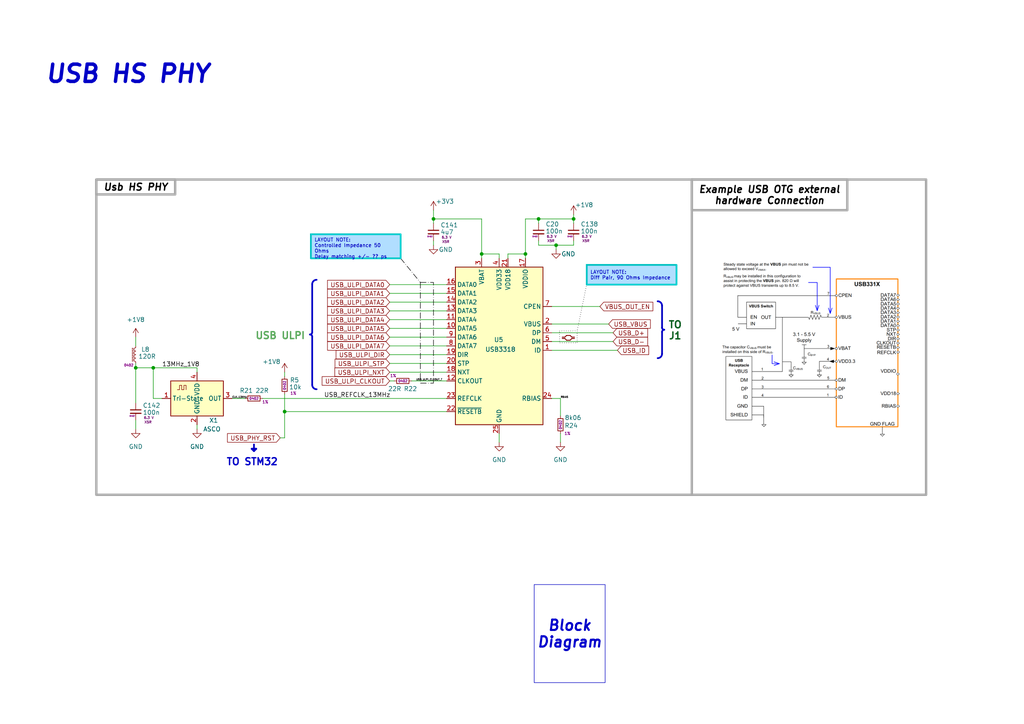
<source format=kicad_sch>
(kicad_sch (version 20231120) (generator "eeschema") (generator_version "8.0")
  (paper "A4")
  (title_block (title "USB HS PHY") (date "2024-09-22") (rev "1.0"))
  (lib_symbols
    (symbol "C_Small_1" (pin_numbers hide) (pin_names (offset 0.254) hide)
      (property "Reference" "C50" (at 1.778 2.794 0))
      (property "Value" "470n" (at 1.778 0.762 0))
      (property "Rating" "6.3 V" (at 3.302 -0.762 0))
      (property "Type" "X5R" (at 3.048 -2.032 0))
      (symbol "C_Small_1_0_1"
        (polyline (pts (xy -1.524 -0.508) (xy 1.524 -0.508)) (stroke (width 0.3302)))
        (polyline (pts (xy -1.524 0.508) (xy 1.524 0.508)) (stroke (width 0.3048)))
      )
      (symbol "C_Small_1_1_1"
        (pin passive line (at 0 2.54 270) (length 2.032) (name "~") (number "1"))
        (pin passive line (at 0 -2.54 90) (length 2.032) (name "~") (number "2"))
      )
    )
    (symbol "Device:L_Ferrite_Small" (pin_numbers hide) (pin_names (offset 0.254) hide)
      (property "Reference" "L" (at 1.27 1.016 0))
      (property "Value" "L_Ferrite_Small" (at 1.27 -1.27 0))
      (symbol "L_Ferrite_Small_0_1"
        (arc (start 0 -2.032) (mid 0.5058 -1.524) (end 0 -1.016))
        (arc (start 0 -1.016) (mid 0.5058 -0.508) (end 0 0))
        (polyline (pts (xy 0.762 -1.905) (xy 0.762 -1.651)))
        (polyline (pts (xy 0.762 -1.397) (xy 0.762 -1.143)))
        (polyline (pts (xy 0.762 -0.889) (xy 0.762 -0.635)))
        (polyline (pts (xy 0.762 -0.381) (xy 0.762 -0.127)))
        (polyline (pts (xy 0.762 0.127) (xy 0.762 0.381)))
        (polyline (pts (xy 0.762 0.635) (xy 0.762 0.889)))
        (polyline (pts (xy 0.762 1.143) (xy 0.762 1.397)))
        (polyline (pts (xy 0.762 1.651) (xy 0.762 1.905)))
        (polyline (pts (xy 1.016 -1.651) (xy 1.016 -1.905)))
        (polyline (pts (xy 1.016 -1.143) (xy 1.016 -1.397)))
        (polyline (pts (xy 1.016 -0.635) (xy 1.016 -0.889)))
        (polyline (pts (xy 1.016 -0.127) (xy 1.016 -0.381)))
        (polyline (pts (xy 1.016 0.381) (xy 1.016 0.127)))
        (polyline (pts (xy 1.016 0.889) (xy 1.016 0.635)))
        (polyline (pts (xy 1.016 1.397) (xy 1.016 1.143)))
        (polyline (pts (xy 1.016 1.905) (xy 1.016 1.651)))
        (arc (start 0 0) (mid 0.5058 0.508) (end 0 1.016))
        (arc (start 0 1.016) (mid 0.5058 1.524) (end 0 2.032))
      )
      (symbol "L_Ferrite_Small_1_1"
        (pin passive line (at 0 2.54 270) (length 0.508) (name "~") (number "1"))
        (pin passive line (at 0 -2.54 90) (length 0.508) (name "~") (number "2"))
      )
    )
    (symbol "Device:R_Small" (pin_numbers hide) (pin_names (offset 0.254) hide)
      (property "Reference" "R" (at 0.762 0.508 0))
      (property "Value" "R_Small" (at 0.762 -1.016 0))
      (symbol "R_Small_0_1"
        (rectangle (start -0.762 1.778) (end 0.762 -1.778) (stroke (width 0.2032)))
      )
      (symbol "R_Small_1_1"
        (pin passive line (at 0 2.54 270) (length 0.762) (name "~") (number "1"))
        (pin passive line (at 0 -2.54 90) (length 0.762) (name "~") (number "2"))
      )
    )
    (symbol "MyLibrary:USB3318"
      (property "Reference" "U" (at 0 6.35 0))
      (property "Value" "USB3318" (at 0 3.81 0))
      (symbol "USB3318_0_1"
        (rectangle (start -12.7 24.13) (end 12.7 -21.59) (stroke (width 0.254)) (fill (type background)))
      )
      (symbol "USB3318_1_1"
        (pin input line (at 15.24 0 180) (length 2.54) (name "ID") (number "1"))
        (pin bidirectional line (at -15.24 6.35 0) (length 2.54) (name "DATA5") (number "10"))
        (pin bidirectional line (at -15.24 8.89 0) (length 2.54) (name "DATA4") (number "11"))
        (pin output line (at -15.24 -8.89 0) (length 2.54) (name "CLKOUT") (number "12"))
        (pin bidirectional line (at -15.24 11.43 0) (length 2.54) (name "DATA3") (number "13"))
        (pin bidirectional line (at -15.24 13.97 0) (length 2.54) (name "DATA2") (number "14"))
        (pin bidirectional line (at -15.24 16.51 0) (length 2.54) (name "DATA1") (number "15"))
        (pin bidirectional line (at -15.24 19.05 0) (length 2.54) (name "DATA0") (number "16"))
        (pin power_in line (at 7.62 26.67 270) (length 2.54) (name "VDDIO") (number "17"))
        (pin output line (at -15.24 -6.35 0) (length 2.54) (name "NXT") (number "18"))
        (pin output line (at -15.24 -1.27 0) (length 2.54) (name "DIR") (number "19"))
        (pin input line (at 15.24 7.62 180) (length 2.54) (name "VBUS") (number "2"))
        (pin input line (at -15.24 -3.81 0) (length 2.54) (name "STP") (number "20"))
        (pin power_out line (at 2.54 26.67 270) (length 2.54) (name "VDD18") (number "21"))
        (pin input line (at -15.24 -17.78 0) (length 2.54) (name "~{RESETB}") (number "22"))
        (pin input line (at -15.24 -13.97 0) (length 2.54) (name "REFCLK") (number "23"))
        (pin passive line (at 15.24 -13.97 180) (length 2.54) (name "RBIAS") (number "24"))
        (pin power_in line (at 0 -24.13 90) (length 2.54) (name "GND") (number "25"))
        (pin power_in line (at -5.08 26.67 270) (length 2.54) (name "VBAT") (number "3"))
        (pin power_out line (at 0 26.67 270) (length 2.54) (name "VDD33") (number "4"))
        (pin bidirectional line (at 15.24 2.54 180) (length 2.54) (name "DM") (number "5"))
        (pin bidirectional line (at 15.24 5.08 180) (length 2.54) (name "DP") (number "6"))
        (pin output line (at 15.24 12.7 180) (length 2.54) (name "CPEN") (number "7"))
        (pin bidirectional line (at -15.24 1.27 0) (length 2.54) (name "DATA7") (number "8"))
        (pin bidirectional line (at -15.24 3.81 0) (length 2.54) (name "DATA6") (number "9"))
      )
    )
    (symbol "Oscillator:ASCO"
      (property "Reference" "X" (at -7.62 6.35 0))
      (property "Value" "ASCO" (at 1.27 -6.35 0))
      (symbol "ASCO_0_1"
        (rectangle (start -7.62 5.08) (end 7.62 -5.08) (stroke (width 0.254)) (fill (type background)))
        (polyline (pts (xy -5.715 2.54) (xy -5.08 2.54) (xy -5.08 3.81) (xy -4.445 3.81) (xy -4.445 2.54) (xy -3.81 2.54) (xy -3.81 3.81) (xy -3.175 3.81) (xy -3.175 2.54)))
      )
      (symbol "ASCO_1_1"
        (pin input line (at -10.16 0 0) (length 2.54) (name "Tri-State") (number "1"))
        (pin power_in line (at 0 -7.62 90) (length 2.54) (name "GND") (number "2"))
        (pin output line (at 10.16 0 180) (length 2.54) (name "OUT") (number "3"))
        (pin power_in line (at 0 7.62 270) (length 2.54) (name "VDD") (number "4"))
      )
    )
    (symbol "power:+1V8" (power) (pin_names (offset 0))
      (property "Value" "+1V8" (at 0 3.556 0))
      (symbol "+1V8_0_1"
        (polyline (pts (xy -0.762 1.27) (xy 0 2.54)))
        (polyline (pts (xy 0 0) (xy 0 2.54)))
        (polyline (pts (xy 0 2.54) (xy 0.762 1.27)))
      )
      (symbol "+1V8_1_1"
        (pin power_in line (at 0 0 90) (length 0) hide (name "+1V8") (number "1"))
      )
    )
    (symbol "power:+3V3" (power) (pin_names (offset 0))
      (property "Value" "+3V3" (at 0 3.556 0))
      (symbol "+3V3_0_1"
        (polyline (pts (xy -0.762 1.27) (xy 0 2.54)))
        (polyline (pts (xy 0 0) (xy 0 2.54)))
        (polyline (pts (xy 0 2.54) (xy 0.762 1.27)))
      )
      (symbol "+3V3_1_1"
        (pin power_in line (at 0 0 90) (length 0) hide (name "+3V3") (number "1"))
      )
    )
    (symbol "power:GND" (power) (pin_names (offset 0))
      (property "Value" "GND" (at 0 -3.81 0))
      (symbol "GND_0_1"
        (polyline (pts (xy 0 0) (xy 0 -1.27) (xy 1.27 -1.27) (xy 0 -2.54) (xy -1.27 -1.27) (xy 0 -1.27)))
      )
      (symbol "GND_1_1"
        (pin power_in line (at 0 0 270) (length 0) hide (name "GND") (number "1"))
      )
    )
  )
  (junction (at 39.37 106.68))
  (junction (at 166.37 63.5))
  (junction (at 156.21 63.5))
  (junction (at 125.73 63.5))
  (junction (at 161.29 71.12))
  (junction (at 44.45 106.68))
  (junction (at 82.55 119.38))
  (junction (at 139.7 73.66))
  (junction (at 152.4 73.66))
  (wire (pts (xy 161.29 71.12) (xy 166.37 71.12)))
  (polyline (pts (xy 192.024 94.996) (xy 192.024 88.646)) (stroke (width 0.5)))
  (wire (pts (xy 39.37 106.68) (xy 39.37 116.84)))
  (polyline (pts (xy 165.862 98.171) (xy 166.624 98.171)) (stroke (width 0.25) (color 132 0 0 1)))
  (wire (pts (xy 113.03 100.33) (xy 129.54 100.33)))
  (wire (pts (xy 113.03 95.25) (xy 129.54 95.25)))
  (wire (pts (xy 82.55 119.38) (xy 82.55 127)))
  (polyline (pts (xy 165.354 98.679) (xy 165.862 98.171)) (stroke (width 0.25) (color 132 0 0 1)))
  (wire (pts (xy 39.37 105.41) (xy 39.37 106.68)))
  (wire (pts (xy 156.21 69.85) (xy 156.21 71.12)))
  (polyline (pts (xy 163.83 98.171) (xy 164.338 98.679)) (stroke (width 0.25) (color 132 0 0 1)))
  (wire (pts (xy 44.45 106.68) (xy 44.45 115.57)))
  (wire (pts (xy 44.45 115.57) (xy 46.99 115.57)))
  (wire (pts (xy 147.32 73.66) (xy 147.32 74.93)))
  (polyline (pts (xy 166.624 97.79) (xy 165.862 97.79)) (stroke (width 0.25) (color 132 0 0 1)))
  (wire (pts (xy 82.55 107.95) (xy 82.55 109.22)))
  (wire (pts (xy 125.73 63.5) (xy 125.73 64.77)))
  (polyline (pts (xy 73.66 130.175) (xy 73.66 128.905)) (stroke (width 0.5)))
  (polyline (pts (xy 200.66 52.07) (xy 200.66 143.51)) (stroke (width 0.7) (type solid) (color 168 168 168 1)))
  (wire (pts (xy 82.55 119.38) (xy 129.54 119.38)))
  (wire (pts (xy 156.21 63.5) (xy 166.37 63.5)))
  (polyline (pts (xy 116.205 74.93) (xy 121.92 81.915)) (stroke (width 0) (type dash_dot) (color 0 0 0 1)))
  (polyline (pts (xy 163.068 98.171) (xy 163.83 98.171)) (stroke (width 0.25) (color 132 0 0 1)))
  (polyline (pts (xy 164.338 98.679) (xy 165.354 98.679)) (stroke (width 0.25) (color 132 0 0 1)))
  (polyline (pts (xy 163.83 97.79) (xy 163.068 97.79)) (stroke (width 0.25) (color 132 0 0 1)))
  (polyline (pts (xy 165.354 97.282) (xy 164.338 97.282)) (stroke (width 0.25) (color 132 0 0 1)))
  (wire (pts (xy 113.03 105.41) (xy 129.54 105.41)))
  (wire (pts (xy 160.02 99.06) (xy 177.8 99.06)))
  (polyline (pts (xy 90.551 97.663) (xy 90.551 111.633)) (stroke (width 0.5)))
  (wire (pts (xy 161.29 71.12) (xy 161.29 72.39)))
  (wire (pts (xy 39.37 121.92) (xy 39.37 124.46)))
  (wire (pts (xy 156.21 71.12) (xy 161.29 71.12)))
  (polyline (pts (xy 165.862 97.79) (xy 165.354 97.282)) (stroke (width 0.25) (color 132 0 0 1)))
  (polyline (pts (xy 170.18 82.423) (xy 167.386 96.012)) (stroke (width 0.1524) (type dot) (color 0 0 0 1)))
  (wire (pts (xy 119.38 110.49) (xy 129.54 110.49)))
  (wire (pts (xy 144.78 74.93) (xy 144.78 73.66)))
  (wire (pts (xy 166.37 71.12) (xy 166.37 69.85)))
  (wire (pts (xy 162.56 120.65) (xy 162.56 115.57)))
  (wire (pts (xy 166.37 63.5) (xy 166.37 64.77)))
  (wire (pts (xy 152.4 73.66) (xy 152.4 63.5)))
  (wire (pts (xy 152.4 63.5) (xy 156.21 63.5)))
  (wire (pts (xy 67.31 115.57) (xy 71.12 115.57)))
  (wire (pts (xy 160.02 96.52) (xy 177.8 96.52)))
  (wire (pts (xy 113.03 92.71) (xy 129.54 92.71)))
  (wire (pts (xy 156.21 64.77) (xy 156.21 63.5)))
  (wire (pts (xy 125.73 69.85) (xy 125.73 71.12)))
  (wire (pts (xy 57.15 123.19) (xy 57.15 124.46)))
  (wire (pts (xy 113.03 102.87) (xy 129.54 102.87)))
  (wire (pts (xy 44.45 106.68) (xy 57.15 106.68)))
  (wire (pts (xy 139.7 73.66) (xy 139.7 74.93)))
  (wire (pts (xy 166.37 63.5) (xy 166.37 62.23)))
  (polyline (pts (xy 90.551 82.423) (xy 90.551 96.393)) (stroke (width 0.5)))
  (wire (pts (xy 160.02 115.57) (xy 162.56 115.57)))
  (wire (pts (xy 144.78 125.73) (xy 144.78 128.27)))
  (wire (pts (xy 125.73 60.96) (xy 125.73 63.5)))
  (wire (pts (xy 160.02 88.9) (xy 173.99 88.9)))
  (wire (pts (xy 160.02 93.98) (xy 176.53 93.98)))
  (polyline (pts (xy 73.66 130.81) (xy 74.295 130.175)) (stroke (width 0.55)))
  (wire (pts (xy 76.2 115.57) (xy 129.54 115.57)))
  (wire (pts (xy 162.56 128.27) (xy 162.56 125.73)))
  (polyline (pts (xy 73.025 130.175) (xy 74.295 130.175)) (stroke (width 0.55)))
  (wire (pts (xy 152.4 73.66) (xy 147.32 73.66)))
  (wire (pts (xy 139.7 63.5) (xy 139.7 73.66)))
  (wire (pts (xy 139.7 73.66) (xy 144.78 73.66)))
  (polyline (pts (xy 73.66 130.81) (xy 73.025 130.175)) (stroke (width 0.55)))
  (wire (pts (xy 125.73 63.5) (xy 139.7 63.5)))
  (wire (pts (xy 113.03 90.17) (xy 129.54 90.17)))
  (polyline (pts (xy 192.024 102.616) (xy 192.024 96.266)) (stroke (width 0.5)))
  (wire (pts (xy 39.37 97.79) (xy 39.37 100.33)))
  (wire (pts (xy 39.37 106.68) (xy 44.45 106.68)))
  (wire (pts (xy 82.55 114.3) (xy 82.55 119.38)))
  (wire (pts (xy 160.02 101.6) (xy 179.07 101.6)))
  (wire (pts (xy 114.3 110.49) (xy 113.03 110.49)))
  (wire (pts (xy 152.4 73.66) (xy 152.4 74.93)))
  (wire (pts (xy 113.03 107.95) (xy 129.54 107.95)))
  (wire (pts (xy 113.03 85.09) (xy 129.54 85.09)))
  (polyline (pts (xy 164.338 97.282) (xy 163.83 97.79)) (stroke (width 0.25) (color 132 0 0 1)))
  (wire (pts (xy 113.03 87.63) (xy 129.54 87.63)))
  (wire (pts (xy 81.28 127) (xy 82.55 127)))
  (wire (pts (xy 113.03 82.55) (xy 129.54 82.55)))
  (wire (pts (xy 113.03 97.79) (xy 129.54 97.79)))
  (wire (pts (xy 57.15 107.95) (xy 57.15 106.68)))
  (arc (start 192.019 102.616) (mid 191.6506 103.5155) (end 190.754 103.886) (stroke (width 0.5)))
  (arc (start 89.921 97.023) (mid 90.3763 97.2042) (end 90.556 97.658) (stroke (width 0.5)))
  (arc (start 90.556 82.423) (mid 90.925 81.527) (end 91.821 81.153) (stroke (width 0.5)))
  (arc (start 192.654 95.636) (mid 192.2023 95.4543) (end 192.019 95.001) (stroke (width 0.5)))
  (rectangle (start 121.92 81.915) (end 125.73 111.125) (stroke (width 0.1524) (type dash_dot) (color 0 0 0 1)))
  (arc (start 190.749 87.386) (mid 191.647 87.7559) (end 192.019 88.651) (stroke (width 0.5)))
  (arc (start 90.556 96.388) (mid 90.364 96.8296) (end 89.921 97.023) (stroke (width 0.5)))
  (arc (start 192.019 96.271) (mid 192.2103 95.8259) (end 192.654 95.636) (stroke (width 0.5)))
  (rectangle (start 27.94 52.07) (end 268.605 143.51) (stroke (width 0.7) (color 168 168 168 1)))
  (rectangle (start 162.306 96.012) (end 167.386 99.441) (stroke (width 0.1524) (type dot) (color 0 0 0 1)))
  (arc (start 91.826 112.893) (mid 90.9315 112.5225) (end 90.556 111.628) (stroke (width 0.5)))
  (image (at 234.95 100.33) (scale 0.730546))
  (text_box "Usb HS PHY" (at 27.94 52.07 0) (size 22.86 4.318) (stroke (width 0.7) (color 168 168 168 1)) (effects (font (size 2 2) (bold yes) (italic yes))))
  (text_box "LAYOUT NOTE:\nDiff Pair, 90 Ohms Impedance\n" (at 170.18 76.835 0) (size 26.035 5.715) (stroke (width 0.5) (color 0 194 194 1)) (fill (type color) (color 61 172 255 0.4)) (effects (font (size 1 1)) (justify left)))
  (text_box "Example USB OTG external \nhardware Connection" (at 200.66 52.07 0) (size 45.085 8.89) (stroke (width 0.7) (color 168 168 168 1)) (effects (font (size 2 2) (bold yes) (italic yes))))
  (text_box "LAYOUT NOTE:\nControlled Impedance 50 Ohms\nDelay matching +/- ?? ps" (at 90.17 67.945 0) (size 26.035 6.985) (stroke (width 0.5) (color 0 194 194 1)) (fill (type color) (color 61 172 255 0.4)) (effects (font (size 1 1)) (justify left top)))
  (text_box "Block\nDiagram" (at 154.94 169.545 0) (size 20.574 28.448) (effects (font (size 3 3) (thickness 0.6) (bold yes) (italic yes))))
  (text "TO STM32" (at 73.152 134.112 0) (effects (font (size 2 2) (thickness 0.4) (bold yes))))
  (text "USB HS PHY" (at 37.084 21.59 0) (effects (font (size 5 5) (thickness 1) (bold yes) (italic yes))))
  (text "TO\nJ1" (at 195.834 96.012 0) (effects (font (size 2 2) (thickness 0.4) (bold yes))))
  (text "USB ULPI" (at 81.28 97.536 0) (effects (font (size 2 2) (thickness 0.4) (bold yes))))
  (label "RBIAS" (at 162.56 115.57 0) (effects (font (size 0.5 0.5))))
  (label "USB_ULPI_CLKOUT_T" (at 120.65 110.49 0) (effects (font (size 0.5 0.5))))
  (label "CLK_13MHz" (at 67.31 115.57 0) (effects (font (size 0.5 0.5))))
  (label "13MHz_1V8" (at 46.99 106.68 0))
  (label "USB_REFCLK_13MHz" (at 93.98 115.57 0))
  (global_label "USB_ULPI_NXT" (shape input) (at 113.03 107.95 180) (property "Intersheetrefs" "${INTERSHEET_REFS}" (effects (hide yes))))
  (global_label "USB_ULPI_DATA6" (shape input) (at 113.03 97.79 180) (property "Intersheetrefs" "${INTERSHEET_REFS}" (effects (hide yes))))
  (global_label "USB_ULPI_DATA0" (shape input) (at 113.03 82.55 180) (property "Intersheetrefs" "${INTERSHEET_REFS}" (effects (hide yes))))
  (global_label "USB_ULPI_CLKOUT" (shape input) (at 113.03 110.49 180) (property "Intersheetrefs" "${INTERSHEET_REFS}" (effects (hide yes))))
  (global_label "USB_D-" (shape input) (at 177.8 99.06 0) (property "Intersheetrefs" "${INTERSHEET_REFS}" (effects (hide yes))))
  (global_label "USB_ULPI_DATA7" (shape input) (at 113.03 100.33 180) (property "Intersheetrefs" "${INTERSHEET_REFS}" (effects (hide yes))))
  (global_label "USB_ULPI_DATA1" (shape input) (at 113.03 85.09 180) (property "Intersheetrefs" "${INTERSHEET_REFS}" (effects (hide yes))))
  (global_label "USB_ULPI_STP" (shape input) (at 113.03 105.41 180) (property "Intersheetrefs" "${INTERSHEET_REFS}" (effects (hide yes))))
  (global_label "USB_ULPI_DIR" (shape input) (at 113.03 102.87 180) (property "Intersheetrefs" "${INTERSHEET_REFS}" (effects (hide yes))))
  (global_label "VBUS_OUT_EN" (shape input) (at 173.99 88.9 0) (property "Intersheetrefs" "${INTERSHEET_REFS}" (effects (hide yes))))
  (global_label "USB_ID" (shape input) (at 179.07 101.6 0) (property "Intersheetrefs" "${INTERSHEET_REFS}" (effects (hide yes))))
  (global_label "USB_D+" (shape input) (at 177.8 96.52 0) (property "Intersheetrefs" "${INTERSHEET_REFS}" (effects (hide yes))))
  (global_label "USB_ULPI_DATA3" (shape input) (at 113.03 90.17 180) (property "Intersheetrefs" "${INTERSHEET_REFS}" (effects (hide yes))))
  (global_label "USB_PHY_RST" (shape input) (at 81.28 127 180) (property "Intersheetrefs" "${INTERSHEET_REFS}" (effects (hide yes))))
  (global_label "USB_VBUS" (shape input) (at 176.53 93.98 0) (property "Intersheetrefs" "${INTERSHEET_REFS}" (effects (hide yes))))
  (global_label "USB_ULPI_DATA2" (shape input) (at 113.03 87.63 180) (property "Intersheetrefs" "${INTERSHEET_REFS}" (effects (hide yes))))
  (global_label "USB_ULPI_DATA5" (shape input) (at 113.03 95.25 180) (property "Intersheetrefs" "${INTERSHEET_REFS}" (effects (hide yes))))
  (global_label "USB_ULPI_DATA4" (shape input) (at 113.03 92.71 180) (property "Intersheetrefs" "${INTERSHEET_REFS}" (effects (hide yes))))
  (symbol (lib_id "power:GND") (at 144.78 128.27 0) (unit 1)
    (property "Reference" "#PWR026" (effects (hide yes)))
    (property "Value" "GND" (at 144.78 133.35 0))
    (property "Description" "Power symbol creates a global label with name \"GND\" , ground" (effects (hide yes)))
  )
  (symbol (lib_id "MyLibrary:USB3318") (at 144.78 101.6 0) (unit 1)
    (property "Reference" "U5" (at 143.256 98.552 0) (effects (justify left)))
    (property "Value" "USB3318" (at 140.716 101.346 0) (effects (justify left)))
    (property "Footprint" "Package_DFN_QFN:QFN-24-1EP_4x4mm_P0.5mm_EP2.6x2.6mm" (effects (hide yes)))
    (property "Datasheet" "https://ww1.microchip.com/downloads/aemDocuments/documents/OTH/ProductDocuments/DataSheets/00002367A.pdf" (effects (hide yes)))
    (property "Description" "Hi-Speed USB ULPI Transceiver, QFN-24" (effects (hide yes)))
    (property "Digikey" "USB3318C-CP-TR" (effects (hide yes)))
  )
  (symbol (lib_id "Device:R_Small") (at 73.66 115.57 90) (unit 1)
    (property "Reference" "R21" (at 73.406 113.284 90) (effects (justify left)))
    (property "Value" "22R" (at 77.978 113.284 90) (effects (justify left)))
    (property "Footprint" "Resistor_SMD:R_0402_1005Metric" (effects (hide yes)))
    (property "Description" "Resistor, small symbol" (effects (hide yes)))
    (property "Tolerance" "1%" (at 76.962 116.586 90) (effects (font (size 0.8 0.8))))
    (property "Package" "0402" (at 73.66 115.57 90) (effects (font (size 0.7 0.7))))
    (property "LCSC Part" "C114765/C25105" (effects (hide yes)))
  )
  (symbol (lib_id "Device:R_Small") (at 162.56 123.19 180) (unit 1)
    (property "Reference" "R24" (at 167.64 123.444 0) (effects (justify left)))
    (property "Value" "8k06" (at 168.656 121.158 0) (effects (justify left)))
    (property "Footprint" "Resistor_SMD:R_0402_1005Metric" (effects (hide yes)))
    (property "Description" "Resistor, small symbol" (effects (hide yes)))
    (property "Tolerance" "1%" (at 164.592 125.73 0) (effects (font (size 0.8 0.8))))
    (property "Package" "0402" (at 162.56 123.19 90) (effects (font (size 0.7 0.7))))
    (property "LCSC Part" "C25923" (effects (hide yes)))
  )
  (symbol (lib_id "power:GND") (at 39.37 124.46 0) (unit 1)
    (property "Reference" "#PWR035" (effects (hide yes)))
    (property "Value" "GND" (at 39.37 129.54 0))
    (property "Description" "Power symbol creates a global label with name \"GND\" , ground" (effects (hide yes)))
  )
  (symbol (lib_name "C_Small_1") (lib_id "Device:C_Small") (at 125.73 67.31 0) (unit 1)
    (property "Reference" "C141" (at 127.762 65.278 0) (effects (justify left)))
    (property "Value" "4u7" (at 127.762 67.31 0) (effects (justify left)))
    (property "Footprint" "Capacitor_SMD:C_0402_1005Metric" (effects (hide yes)))
    (property "Description" "Unpolarized capacitor, small symbol" (effects (hide yes)))
    (property "Rating" "6.3 V" (at 129.54 68.834 0) (effects (font (size 0.7 0.7))))
    (property "Type" "X5R" (at 129.286 70.104 0) (effects (font (size 0.7 0.7))))
    (property "Package" "0402" (at 124.714 68.58 0) (effects (font (size 0.4 0.4))))
    (property "LCSC Part" " C368809" (effects (hide yes)))
  )
  (symbol (lib_id "power:+1V8") (at 125.73 60.96 0) (unit 1) (on_board no)
    (property "Reference" "#PWR030" (effects (hide yes)))
    (property "Value" "+3V3" (at 129.032 58.42 0))
    (property "Description" "Power symbol creates a global label with name \"+1V8\"" (effects (hide yes)))
  )
  (symbol (lib_id "Oscillator:ASCO") (at 57.15 115.57 0) (unit 1)
    (property "Reference" "X1" (at 61.976 121.92 0))
    (property "Value" "ASCO" (at 61.468 124.46 0))
    (property "Footprint" "Mylibrary:Oscillator_SMD_Kyocera_4PIN_2.0x1.6mm" (effects (hide yes)))
    (property "Datasheet" "https://abracon.com/Oscillators/ASCO.pdf" (effects (hide yes)))
    (property "Description" "Crystal Clock Oscillator, Abracon ASCO" (effects (hide yes)))
    (property "Digikey" "KC2016Z13.0000C1KX00" (effects (hide yes)))
  )
  (symbol (lib_id "power:GND") (at 161.29 72.39 0) (unit 1) (on_board no)
    (property "Reference" "#PWR029" (effects (hide yes)))
    (property "Value" "GND" (at 164.846 73.66 0))
    (property "Description" "Power symbol creates a global label with name \"GND\" , ground" (effects (hide yes)))
  )
  (symbol (lib_name "C_Small_1") (lib_id "Device:C_Small") (at 156.21 67.31 0) (unit 1)
    (property "Reference" "C20" (at 158.242 65.024 0) (effects (justify left)))
    (property "Value" "100n" (at 158.242 67.056 0) (effects (justify left)))
    (property "Footprint" "Capacitor_SMD:C_0402_1005Metric" (effects (hide yes)))
    (property "Description" "Unpolarized capacitor, small symbol" (effects (hide yes)))
    (property "Rating" "6.3 V" (at 160.02 68.58 0) (effects (font (size 0.7 0.7))))
    (property "Type" "X5R" (at 159.766 69.85 0) (effects (font (size 0.7 0.7))))
    (property "Package" "0402" (at 155.194 68.58 0) (effects (font (size 0.4 0.4))))
    (property "LCSC Part" "gia" (effects (hide yes)))
  )
  (symbol (lib_id "power:GND") (at 125.73 71.12 0) (unit 1) (on_board no)
    (property "Reference" "#PWR031" (effects (hide yes)))
    (property "Value" "GND" (at 129.286 72.39 0))
    (property "Description" "Power symbol creates a global label with name \"GND\" , ground" (effects (hide yes)))
  )
  (symbol (lib_id "Device:R_Small") (at 116.84 110.49 270) (unit 1)
    (property "Reference" "R22" (at 117.094 112.776 90) (effects (justify left)))
    (property "Value" "22R" (at 112.522 112.776 90) (effects (justify left)))
    (property "Footprint" "Resistor_SMD:R_0402_1005Metric" (effects (hide yes)))
    (property "Description" "Resistor, small symbol" (effects (hide yes)))
    (property "Tolerance" "1%" (at 114.046 108.966 90) (effects (font (size 0.8 0.8))))
    (property "Package" "0402" (at 116.84 110.49 90) (effects (font (size 0.7 0.7))))
    (property "LCSC Part" "C114765/C25105" (effects (hide yes)))
  )
  (symbol (lib_id "power:GND") (at 57.15 124.46 0) (unit 1)
    (property "Reference" "#PWR027" (effects (hide yes)))
    (property "Value" "GND" (at 57.15 129.54 0))
    (property "Description" "Power symbol creates a global label with name \"GND\" , ground" (effects (hide yes)))
  )
  (symbol (lib_name "C_Small_1") (lib_id "Device:C_Small") (at 166.37 67.31 0) (unit 1)
    (property "Reference" "C138" (at 168.402 65.024 0) (effects (justify left)))
    (property "Value" "100n" (at 168.402 67.056 0) (effects (justify left)))
    (property "Footprint" "Capacitor_SMD:C_0402_1005Metric" (effects (hide yes)))
    (property "Description" "Unpolarized capacitor, small symbol" (effects (hide yes)))
    (property "Rating" "6.3 V" (at 170.18 68.58 0) (effects (font (size 0.7 0.7))))
    (property "Type" "X5R" (at 169.926 69.85 0) (effects (font (size 0.7 0.7))))
    (property "Package" "0402" (at 165.354 68.58 0) (effects (font (size 0.4 0.4))))
    (property "LCSC Part" "gia" (effects (hide yes)))
  )
  (symbol (lib_id "power:+3V3") (at 39.37 97.79 0) (unit 1)
    (property "Reference" "#PWR032" (effects (hide yes)))
    (property "Value" "+1V8" (at 39.37 92.71 0))
    (property "Description" "Power symbol creates a global label with name \"+3V3\"" (effects (hide yes)))
  )
  (symbol (lib_id "Device:R_Small") (at 82.55 111.76 0) (unit 1)
    (property "Reference" "R5" (at 84.074 110.236 0) (effects (justify left)))
    (property "Value" "10k" (at 83.82 112.268 0) (effects (justify left)))
    (property "Footprint" "Resistor_SMD:R_0402_1005Metric" (effects (hide yes)))
    (property "Description" "Resistor, small symbol" (effects (hide yes)))
    (property "Tolerance" "1%" (at 85.09 114.046 0) (effects (font (size 0.8 0.8))))
    (property "Package" "0402" (at 82.55 111.76 90) (effects (font (size 0.7 0.7))))
    (property "LCSC Part" "C25744/gia" (effects (hide yes)))
  )
  (symbol (lib_name "C_Small_1") (lib_id "Device:C_Small") (at 39.37 119.38 0) (unit 1)
    (property "Reference" "C142" (at 41.402 117.602 0) (effects (justify left)))
    (property "Value" "100n" (at 41.402 119.634 0) (effects (justify left)))
    (property "Footprint" "Capacitor_SMD:C_0402_1005Metric" (effects (hide yes)))
    (property "Description" "Unpolarized capacitor, small symbol" (effects (hide yes)))
    (property "Rating" "6.3 V" (at 43.18 121.158 0) (effects (font (size 0.7 0.7))))
    (property "Type" "X5R" (at 42.926 122.428 0) (effects (font (size 0.7 0.7))))
    (property "Package" "0402" (at 38.354 120.65 0) (effects (font (size 0.4 0.4))))
    (property "LCSC Part" "gia" (effects (hide yes)))
  )
  (symbol (lib_id "Device:L_Ferrite_Small") (at 39.37 102.87 180) (unit 1)
    (property "Reference" "L8" (at 42.164 101.346 0))
    (property "Value" "120R" (at 42.672 103.378 0))
    (property "Footprint" "Inductor_SMD:L_0402_1005Metric" (effects (hide yes)))
    (property "Description" "Inductor with ferrite core, small symbol" (effects (hide yes)))
    (property "Package" "0402" (at 37.338 105.918 0) (effects (font (size 0.7 0.7))))
    (property "LCSC Part" "C275478" (effects (hide yes)))
  )
  (symbol (lib_id "power:+3V3") (at 82.55 107.95 0) (unit 1)
    (property "Reference" "#PWR0192" (effects (hide yes)))
    (property "Value" "+1V8" (at 78.74 104.902 0))
    (property "Description" "Power symbol creates a global label with name \"+3V3\"" (effects (hide yes)))
  )
  (symbol (lib_id "power:+1V8") (at 166.37 62.23 0) (unit 1) (on_board no)
    (property "Reference" "#PWR028" (effects (hide yes)))
    (property "Value" "+1V8" (at 169.418 59.436 0))
    (property "Description" "Power symbol creates a global label with name \"+1V8\"" (effects (hide yes)))
  )
  (symbol (lib_id "power:GND") (at 162.56 128.27 0) (unit 1)
    (property "Reference" "#PWR036" (effects (hide yes)))
    (property "Value" "GND" (at 162.56 133.35 0))
    (property "Description" "Power symbol creates a global label with name \"GND\" , ground" (effects (hide yes)))
  )
)
</source>
